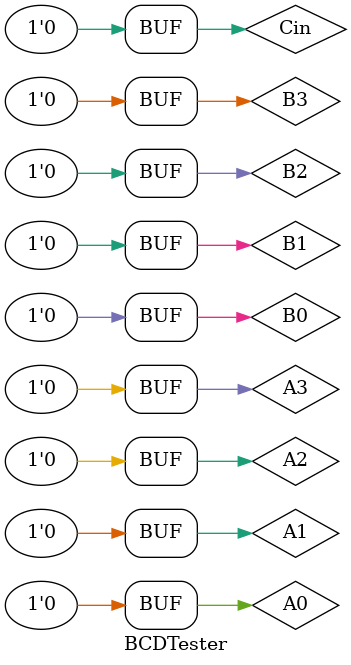
<source format=v>
`timescale 1ns / 1ps


module BCDTester;

	// Inputs
	reg A0;
	reg A1;
	reg A2;
	reg A3;
	reg B0;
	reg B1;
	reg B2;
	reg B3;
	reg Cin;

	// Outputs
	wire S1;
	wire S2;
	wire S4;
	wire S8;
	wire w3;
	wire w4;
	wire w5;
	wire Cout;

	// Instantiate the Unit Under Test (UUT)
	BCDAdder uut (
		.S1(S1), 
		.S2(S2), 
		.S4(S4), 
		.S8(S8), 
		.w3(w3), 
		.w4(w4), 
		.w5(w5), 
		.Cout(Cout), 
		.A0(A0), 
		.A1(A1), 
		.A2(A2), 
		.A3(A3), 
		.B0(B0), 
		.B1(B1), 
		.B2(B2), 
		.B3(B3), 
		.Cin(Cin)
	);

	initial begin
		// Initialize Inputs
		A0 = 0;
		A1 = 0;
		A2 = 0;
		A3 = 0;
		B0 = 0;
		B1 = 0;
		B2 = 0;
		B3 = 0;
		Cin = 0;

		// Wait 100 ns for global reset to finish
		#100;
        
		// Add stimulus here

	end
      
endmodule


</source>
